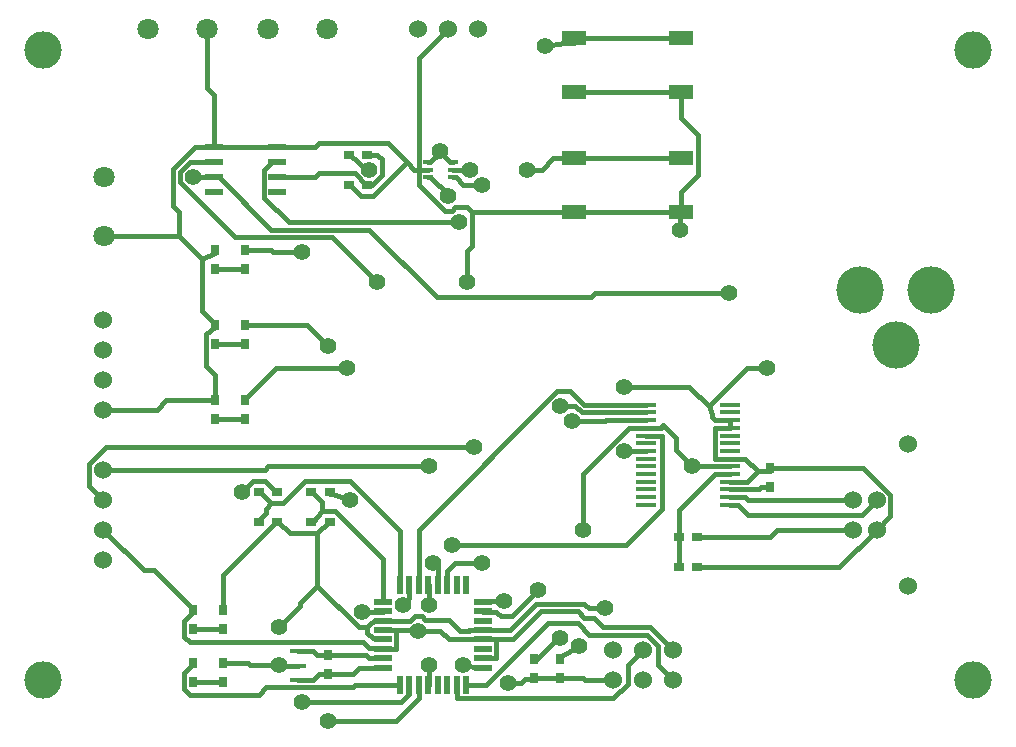
<source format=gtl>
*
*
G04 PADS 9.3.1 Build Number: 456998 generated Gerber (RS-274-X) file*
G04 PC Version=2.1*
*
%IN "ShuttleBoxBehavior.pcb"*%
*
%MOIN*%
*
%FSLAX35Y35*%
*
*
*
*
G04 PC Standard Apertures*
*
*
G04 Thermal Relief Aperture macro.*
%AMTER*
1,1,$1,0,0*
1,0,$1-$2,0,0*
21,0,$3,$4,0,0,45*
21,0,$3,$4,0,0,135*
%
*
*
G04 Annular Aperture macro.*
%AMANN*
1,1,$1,0,0*
1,0,$2,0,0*
%
*
*
G04 Odd Aperture macro.*
%AMODD*
1,1,$1,0,0*
1,0,$1-0.005,0,0*
%
*
*
G04 PC Custom Aperture Macros*
*
*
*
*
*
*
G04 PC Aperture Table*
*
%ADD010C,0.001*%
%ADD016R,0.038X0.03*%
%ADD023R,0.03X0.038*%
%ADD026C,0.06*%
%ADD030R,0.07087X0.01772*%
%ADD037C,0.055*%
%ADD128R,0.05906X0.02165*%
%ADD129R,0.02165X0.05906*%
%ADD130R,0.08268X0.05118*%
%ADD140R,0.05906X0.02362*%
%ADD168C,0.125*%
%ADD179R,0.05512X0.01575*%
%ADD180R,0.03346X0.01575*%
%ADD181C,0.15748*%
%ADD182C,0.07087*%
%ADD183C,0.018*%
*
*
*
*
G04 PC Circuitry*
G04 Layer Name ShuttleBoxBehavior.pcb - circuitry*
%LPD*%
*
*
G04 PC Custom Flashes*
G04 Layer Name ShuttleBoxBehavior.pcb - flashes*
%LPD*%
*
*
G04 PC Circuitry*
G04 Layer Name ShuttleBoxBehavior.pcb - circuitry*
%LPD*%
*
G54D10*
G54D16*
G01X231900Y67500D03*
X238100D03*
Y57500D03*
X231900D03*
X128100Y195000D03*
X121900D03*
Y185000D03*
X128100D03*
X91900Y82500D03*
X98100D03*
Y72500D03*
X91900D03*
X109400Y82500D03*
X115600D03*
Y72500D03*
X109400D03*
G54D23*
X115000Y21900D03*
Y28100D03*
X262500Y84400D03*
Y90600D03*
X80000Y43100D03*
Y36900D03*
Y25600D03*
Y19400D03*
X77500Y163100D03*
Y156900D03*
Y138100D03*
Y131900D03*
Y113100D03*
Y106900D03*
X70000Y36900D03*
Y43100D03*
Y19400D03*
Y25600D03*
X87500Y156900D03*
Y163100D03*
Y131900D03*
Y138100D03*
Y106900D03*
Y113100D03*
X183750Y20650D03*
Y26850D03*
X192500Y20650D03*
Y26850D03*
G54D26*
X230000Y20000D03*
Y30000D03*
X220000Y20000D03*
Y30000D03*
X210000Y20000D03*
Y30000D03*
X145000Y237000D03*
X155000D03*
X165000D03*
X290000Y70000D03*
Y79843D03*
X297874D03*
Y70000D03*
X308504Y98622D03*
Y51220D03*
X40000Y110000D03*
Y120000D03*
Y130000D03*
Y140000D03*
Y60000D03*
Y70000D03*
Y80000D03*
Y90000D03*
G54D30*
X221024Y111634D03*
Y109075D03*
Y106516D03*
Y103957D03*
Y101398D03*
Y98839D03*
Y96280D03*
Y93720D03*
Y91161D03*
Y88602D03*
Y86043D03*
Y83484D03*
Y80925D03*
Y78366D03*
X248976D03*
Y80925D03*
Y83484D03*
Y86043D03*
Y88602D03*
Y91161D03*
Y93720D03*
Y96280D03*
Y98839D03*
Y101398D03*
Y103957D03*
Y106516D03*
Y109075D03*
Y111634D03*
G54D37*
X115000Y6250D03*
X106250Y12500D03*
X98750Y25000D03*
X148750D03*
X160000D03*
X175000Y18750D03*
X98750Y37500D03*
X145000Y36250D03*
X192500Y33750D03*
X198750Y31250D03*
X126250Y42500D03*
X140000Y45000D03*
X148750D03*
X173750Y46250D03*
X207500Y43750D03*
X185000Y50000D03*
X150000Y58750D03*
X156250Y65000D03*
X166250Y58750D03*
X200000Y70000D03*
X86250Y82500D03*
X122500Y80000D03*
X148750Y91250D03*
X163750Y97500D03*
X213750Y96250D03*
X236250Y91250D03*
X196250Y106250D03*
X192500Y111250D03*
X213750Y117500D03*
X121250Y123750D03*
X261250D03*
X115000Y131250D03*
X131250Y152500D03*
X161250D03*
X248750Y148750D03*
X106250Y162500D03*
X158750Y172500D03*
X232500Y170000D03*
X70000Y187500D03*
X155000Y181250D03*
X166250Y185000D03*
X128750Y190000D03*
X152500Y196250D03*
X162500Y190000D03*
X181250D03*
X187500Y231250D03*
G54D128*
X133268Y46024D03*
Y42874D03*
Y39724D03*
Y36575D03*
Y33425D03*
Y30276D03*
Y27126D03*
Y23976D03*
X166732D03*
Y27126D03*
Y30276D03*
Y33425D03*
Y36575D03*
Y39724D03*
Y42874D03*
Y46024D03*
G54D129*
X138976Y18268D03*
X142126D03*
X145276D03*
X148425D03*
X151575D03*
X154724D03*
X157874D03*
X161024D03*
Y51732D03*
X157874D03*
X154724D03*
X151575D03*
X148425D03*
X145276D03*
X142126D03*
X138976D03*
G54D130*
X232827Y193795D03*
X197000D03*
X232827Y176000D03*
X197000D03*
X232827Y233795D03*
X197000D03*
X232827Y216000D03*
X197000D03*
G54D140*
X98130Y182500D03*
Y187500D03*
Y192500D03*
Y197500D03*
X76870D03*
Y192500D03*
Y187500D03*
Y182500D03*
G54D168*
X20000Y230000D03*
X330000D03*
Y20000D03*
X20000D03*
G54D179*
X105000D03*
Y24724D03*
Y29449D03*
G54D180*
X148366Y192559D03*
Y190000D03*
Y187441D03*
X156634D03*
Y190000D03*
Y192559D03*
G54D181*
X292500Y150000D03*
X316122D03*
X304311Y131496D03*
G54D182*
X40250Y187500D03*
Y167815D03*
X55000Y237000D03*
X74685D03*
X95000D03*
X114685D03*
G54D183*
X115000Y6250D02*
X137711D01*
X145276Y13815*
Y18268*
X67000Y16879D02*
X68879Y15000D01*
X91930*
X94430Y17500*
X123260*
X124028Y18268*
X138976*
X67000Y16879D02*
Y22200D01*
X70000Y25200*
Y25600*
X106250Y12500D02*
X139365D01*
X142126Y15261*
Y18268*
X148425D02*
X148608D01*
Y20320*
X148750Y25000*
X157874Y18268D02*
Y13815D01*
X157939Y13750*
X210114*
X215000Y18636*
Y25000*
X220000Y30000*
X161024Y18268D02*
X167844D01*
X188326Y38750*
X198207*
X201957Y35000*
X221364*
X225000Y31364*
Y25000*
X230000Y20000*
X70000Y19400D02*
X80000D01*
Y25600D02*
X88450D01*
X89050Y25000*
X98750*
Y24724*
X105000*
Y20000D02*
X110000D01*
X111900Y21900*
X115000*
Y28100D02*
X127741D01*
X128715Y27126*
X133268*
X115000Y21900D02*
X123260D01*
X125336Y23976*
X133268*
X160000Y25000D02*
X165696Y23976D01*
X166732*
Y27126D02*
X171185D01*
Y33425*
X175000Y18750D02*
X179250D01*
X180750Y20250*
X183750*
Y20650*
Y26850D02*
X184296D01*
Y26704*
X191921Y34329*
X192500Y33750*
X183750Y20650D02*
X192500D01*
Y26850D02*
Y27489D01*
X198750Y31250*
X192500Y20650D02*
X200175D01*
X200825Y20000*
X210000*
X67000Y34379D02*
Y39700D01*
X70000Y42700*
Y43100*
X67000Y34379D02*
X68879Y32500D01*
X126735*
X128750Y30485*
X131215Y30458*
X133268*
Y30276*
X70000Y36900D02*
X80000D01*
X98750Y37500D02*
X105754Y44504D01*
Y45594*
X111450Y51290*
X105000Y29449D02*
X109954D01*
X111302Y28100*
X115000*
X128815Y38250D02*
X128065Y37500D01*
Y35621*
X129936Y33750*
X132943*
X133268Y33425*
X128815Y38250D02*
Y38279D01*
X130536Y40000*
X132992*
X133268Y39724*
X137720Y36575D02*
X145000D01*
Y36250*
X133268Y30276D02*
X137720D01*
Y36575*
X133268*
X137720*
X145000Y36250D02*
X152462D01*
X155286Y33425*
X166732*
Y36575D02*
X175648D01*
X184274Y45200*
X200500*
X201950Y43750*
X207500*
X171185Y33425D02*
X166732D01*
X171185*
X176572*
X185947Y42800*
X198207*
X200282Y40725*
X203695*
X206800Y37619*
X222381*
X230000Y30000*
X80000Y43100D02*
Y54800D01*
X97700Y72500*
X98100*
X126250Y42500D02*
X131215Y42691D01*
X133268*
Y42874*
Y39724D02*
X142464D01*
X143990Y41250*
X146250*
X147500Y40000*
X155318*
X159068Y36250*
X161855*
X162180Y36575*
X166732*
X140000Y45000D02*
X142126Y47126D01*
Y51732*
X166732Y46024D02*
Y46206D01*
X168785*
X173750Y46250*
X166732Y42874D02*
Y42691D01*
X171185*
X172626Y41250*
X176250*
X185000Y50000*
X111450Y51290D02*
X125240Y37500D01*
X128065*
X145276Y51732D02*
Y70036D01*
X191490Y116250*
X195820*
X200437Y111634*
X221024*
X148425Y51732D02*
X148608D01*
Y49680*
X148750Y45000*
X154724Y51732D02*
Y56185D01*
X157289Y58750*
X166250*
X231900Y57500D02*
Y67500D01*
X238100Y57500D02*
X285374D01*
X297874Y70000*
X150000Y58750D02*
X151575Y57175D01*
Y51732*
X156250Y65000D02*
X214208D01*
X226250Y77042*
Y101215*
X238100Y67500D02*
X262250D01*
X264750Y70000*
X290000*
X231900Y67500D02*
Y76569D01*
X243933Y88602*
X248976*
X40000Y70000D02*
X53561Y56439D01*
X57061*
X70000Y43500*
Y43100*
X91792Y73008D02*
X94353Y75568D01*
Y77053*
X96050Y78750*
X91792Y73008D02*
X91900D01*
Y72500*
X98100D02*
X98500D01*
X102250Y68750*
X111450*
X115200Y72500*
X115600*
X111450Y68750D02*
Y51290D01*
X113150Y76250D02*
X117371D01*
X133268Y60354*
Y46024*
X109400Y72500D02*
X109876D01*
X113150Y76250*
X200000Y70000D02*
Y88510D01*
X215446Y103957*
X221024*
X248976Y78366D02*
X251634D01*
X255000Y75000*
X293031*
X297874Y79843*
Y70000D02*
X302374Y74500D01*
X86250Y82500D02*
X90000Y86250D01*
X93950*
X97700Y82500*
X98100*
X96050Y78750D02*
X100000D01*
X107500Y86250*
X122260*
X138976Y69534*
Y51732*
X91900Y82500D02*
X92300D01*
X96050Y78750*
X115600Y82500D02*
Y81900D01*
X116600*
X122500Y80000*
X109400Y82500D02*
X109800D01*
X113150Y79150*
Y76250*
X248976Y86043D02*
X254693D01*
X258195Y89545*
X248976Y83484D02*
X258584D01*
X259500Y84400*
X262500*
X248976Y80925D02*
X254020D01*
X255102Y79843*
X290000*
X35500Y91864D02*
X41136Y97500D01*
X163750*
X35500Y91864D02*
Y84500D01*
X40000Y80000*
Y90000D02*
X93875D01*
X95125Y91250*
X148750*
X213750Y96250D02*
Y96280D01*
X221024*
X236250Y91250D02*
X242172D01*
X242261Y91161*
X248976*
Y93720D02*
X243933D01*
Y103957*
X248976*
X258195Y89545D02*
X262500Y89609D01*
Y90600*
X248976Y93720D02*
X254020D01*
X258195Y89545*
X262500Y90600D02*
X293480D01*
X302374Y81706*
Y74500*
X77500Y106900D02*
X87500D01*
X196250Y106250D02*
X207423D01*
X207688Y106516*
X221024*
Y101398D02*
X226067D01*
X226250Y101215*
X221024Y103957D02*
X226067D01*
X226250Y104140*
Y104609*
X226641Y105000*
X226656*
X230947Y100708*
Y96553*
X236250Y91250*
X248976Y103957D02*
Y106516D01*
X40000Y110000D02*
X57950D01*
X61050Y113100*
X77500*
X87500D02*
Y113500D01*
X97750Y123750*
X121250*
X192500Y111250D02*
X197395D01*
X199570Y109075*
X221024*
X213750Y117500D02*
X235449D01*
X241871Y111078*
X254542Y123750*
X261250*
X241871Y111078D02*
X242936Y108565D01*
Y107513*
X243933Y106516*
X248976*
X74500Y135250D02*
X77500Y137563D01*
X77500D02*
Y138100D01*
X74500Y135250D02*
Y124439D01*
X77500Y121439*
Y113100*
Y131900D02*
X87500D01*
Y138100D02*
X108150D01*
X115000Y131250*
X77500Y156900D02*
X87500D01*
X161250Y152500D02*
Y162870D01*
X163000Y164620*
X40250Y167815D02*
X65435D01*
X73000Y160250*
X77500Y162385*
Y163100*
X73000Y160250D02*
Y143000D01*
X77500Y138500*
Y138100*
X87500Y163100D02*
X95950D01*
X96550Y162500*
X106250*
X162885Y176000D02*
X163000Y175885D01*
Y164620*
X162885Y176000D02*
X197000D01*
X232827*
X232500Y170000D02*
Y176000D01*
X232827*
Y182520*
X238461Y188154*
Y201641*
X65750Y185740D02*
Y189260D01*
X68990Y192500*
X76870*
X65750Y185740D02*
X83990Y167500D01*
X116250*
X131250Y152500*
X70000Y187500D02*
X76870D01*
X78642*
X96142Y170000*
X128750*
X151250Y147500*
X202755*
X204005Y148750*
X248750*
X93677Y180698D02*
Y189819D01*
X96358Y192500*
X98130*
X93677Y180698D02*
X101875Y172500D01*
X158750*
X98130Y187500D02*
X110731D01*
X111981Y188750*
X123950*
X127700Y185000*
X128100*
X129760*
X133000Y188240*
Y193500*
X121900Y185000D02*
X122300D01*
X126050Y181250*
X129999*
X141250Y192500*
X148366Y187441D02*
X149185D01*
X155188Y181438*
X155000Y181250D02*
X155188Y181438D01*
X156634Y187441D02*
X157520D01*
X159961Y185000*
X166250*
X63350Y190255D02*
X70595Y197500D01*
X76870*
X63350Y190255D02*
Y177900D01*
X65435Y175815*
Y167815*
X76870Y197500D02*
X98130D01*
X110731*
X111981Y198750*
X135000*
X141250Y192500*
X121900Y195000D02*
X122300D01*
X124871Y192429*
X125149*
X128164Y189414*
X128750Y190000*
X128100Y195000D02*
X131500D01*
X133000Y193500*
X141250Y192500D02*
X143750Y190000D01*
X148366*
X145193*
Y185047*
X153990Y176250*
X156250*
X157500Y177500*
X161385*
X162885Y176000*
X148366Y190000D02*
X145193D01*
Y227193*
X155000Y237000*
X148366Y192559D02*
X149185D01*
X152688Y196062*
X152312D02*
X155815Y192559D01*
X156634*
X152312Y196062D02*
X152500Y196250D01*
X152688Y196062*
X156634Y190000D02*
X162500D01*
X181250D02*
X186250D01*
X190045Y193795*
X197000*
X232827*
X197000Y216000D02*
X232827D01*
Y207275*
X238461Y201641*
X74685Y237000D02*
Y217161D01*
X76870Y214976*
Y197500*
X187500Y231250D02*
X193766Y232136D01*
X197000*
Y233795*
X232827*
X0Y0D02*
M02*

</source>
